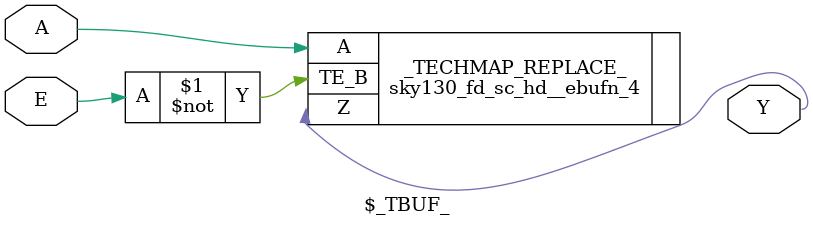
<source format=v>
module \$_TBUF_ (input A, input E, output Y);
  //wire [1023:0] _TECHMAP_DO_ = "simplemap; opt";
  // run 'simplemap' after this to replace the $not generated for ~E.
  sky130_fd_sc_hd__ebufn_4 _TECHMAP_REPLACE_ (
    .A(A),
    .Z(Y),
    .TE_B(~E));
endmodule

</source>
